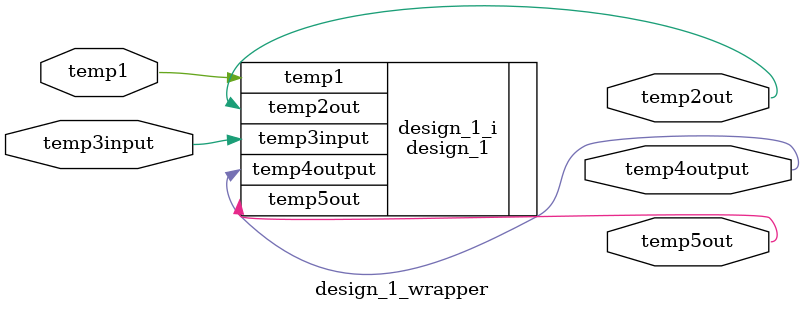
<source format=v>
`timescale 1 ps / 1 ps

module design_1_wrapper
   (temp1,
    temp2out,
    temp3input,
    temp4output,
    temp5out);
  input temp1;
  output [0:0]temp2out;
  input temp3input;
  output [0:0]temp4output;
  output temp5out;

  wire temp1;
  wire [0:0]temp2out;
  wire temp3input;
  wire [0:0]temp4output;
  wire temp5out;

  design_1 design_1_i
       (.temp1(temp1),
        .temp2out(temp2out),
        .temp3input(temp3input),
        .temp4output(temp4output),
        .temp5out(temp5out));
endmodule

</source>
